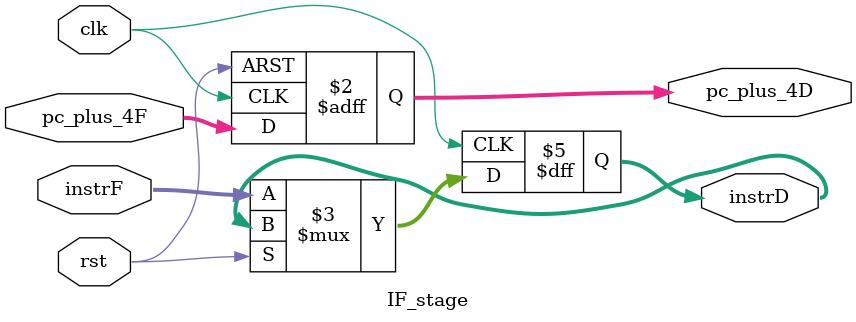
<source format=v>
`timescale 1ns / 1ps

module IF_stage(
     input wire clk,
     input wire rst,
     input wire [31:0] pc_plus_4F,
     input wire [31:0] instrF,
     output reg [31:0] pc_plus_4D,
     output reg [31:0] instrD
    );
    
    always@(posedge clk, posedge rst)begin
        if(rst) begin pc_plus_4D <= 0;
                      InstrD <=0; 
                end
        else begin 
                    pc_plus_4D <= pc_plus_4F; 
                    instrD <= instrF; 
             end

        
    end
endmodule

</source>
